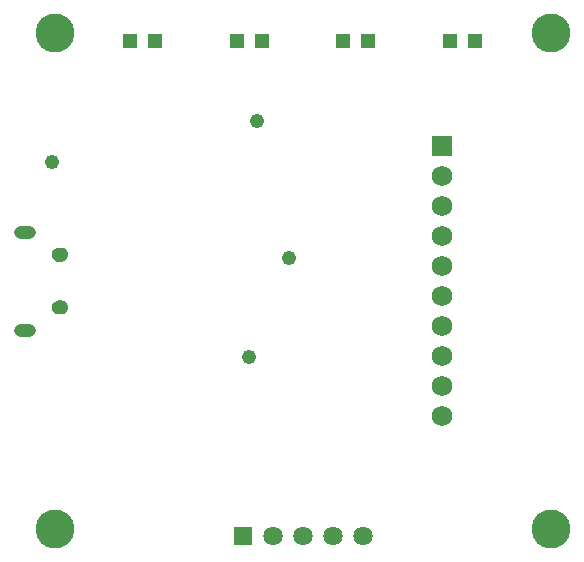
<source format=gbs>
G75*
%MOIN*%
%OFA0B0*%
%FSLAX25Y25*%
%IPPOS*%
%LPD*%
%AMOC8*
5,1,8,0,0,1.08239X$1,22.5*
%
%ADD10R,0.05124X0.05124*%
%ADD11C,0.12998*%
%ADD12R,0.06837X0.06837*%
%ADD13C,0.06837*%
%ADD14R,0.06424X0.06424*%
%ADD15C,0.06424*%
%ADD16C,0.00600*%
%ADD17C,0.04337*%
%ADD18C,0.04900*%
D10*
X0097114Y0241500D03*
X0105382Y0241500D03*
X0132646Y0241500D03*
X0140913Y0241500D03*
X0168177Y0241500D03*
X0176445Y0241500D03*
X0203705Y0241500D03*
X0211972Y0241500D03*
D11*
X0071866Y0078823D03*
X0237220Y0078823D03*
X0237220Y0244177D03*
X0071866Y0244177D03*
D12*
X0200961Y0206500D03*
D13*
X0200961Y0196500D03*
X0200961Y0186500D03*
X0200961Y0176500D03*
X0200961Y0166500D03*
X0200961Y0156500D03*
X0200961Y0146500D03*
X0200961Y0136500D03*
X0200961Y0126500D03*
X0200961Y0116500D03*
D14*
X0134543Y0076500D03*
D15*
X0144543Y0076500D03*
X0154543Y0076500D03*
X0164543Y0076500D03*
X0174543Y0076500D03*
D16*
X0075615Y0151515D02*
X0075304Y0151204D01*
X0074931Y0150970D01*
X0074516Y0150825D01*
X0074079Y0150776D01*
X0073291Y0150776D01*
X0072854Y0150825D01*
X0072439Y0150970D01*
X0072066Y0151204D01*
X0071755Y0151515D01*
X0071521Y0151888D01*
X0071376Y0152303D01*
X0071327Y0152740D01*
X0071376Y0153177D01*
X0071521Y0153593D01*
X0071755Y0153965D01*
X0072066Y0154276D01*
X0072439Y0154510D01*
X0072854Y0154655D01*
X0073291Y0154705D01*
X0074079Y0154705D01*
X0074516Y0154655D01*
X0074931Y0154510D01*
X0075304Y0154276D01*
X0075615Y0153965D01*
X0075849Y0153593D01*
X0075994Y0153177D01*
X0076043Y0152740D01*
X0075994Y0152303D01*
X0075849Y0151888D01*
X0075615Y0151515D01*
X0075376Y0151277D02*
X0071994Y0151277D01*
X0071529Y0151875D02*
X0075841Y0151875D01*
X0076013Y0152474D02*
X0071357Y0152474D01*
X0071364Y0153072D02*
X0076006Y0153072D01*
X0075800Y0153671D02*
X0071570Y0153671D01*
X0072060Y0154269D02*
X0075310Y0154269D01*
X0074079Y0168295D02*
X0073291Y0168295D01*
X0072854Y0168345D01*
X0072439Y0168490D01*
X0072066Y0168724D01*
X0071755Y0169035D01*
X0071521Y0169407D01*
X0071376Y0169823D01*
X0071327Y0170260D01*
X0071376Y0170697D01*
X0071521Y0171112D01*
X0071755Y0171485D01*
X0072066Y0171796D01*
X0072439Y0172030D01*
X0072854Y0172175D01*
X0073291Y0172224D01*
X0074079Y0172224D01*
X0074516Y0172175D01*
X0074931Y0172030D01*
X0075304Y0171796D01*
X0075615Y0171485D01*
X0075849Y0171112D01*
X0075994Y0170697D01*
X0076043Y0170260D01*
X0075994Y0169823D01*
X0075849Y0169407D01*
X0075615Y0169035D01*
X0075304Y0168724D01*
X0074931Y0168490D01*
X0074516Y0168345D01*
X0074079Y0168295D01*
X0075160Y0168634D02*
X0072210Y0168634D01*
X0071632Y0169232D02*
X0075739Y0169232D01*
X0075995Y0169831D02*
X0071375Y0169831D01*
X0071346Y0170429D02*
X0076024Y0170429D01*
X0075878Y0171028D02*
X0071492Y0171028D01*
X0071897Y0171626D02*
X0075473Y0171626D01*
D17*
X0060496Y0177937D02*
X0060496Y0177937D01*
X0063252Y0177937D01*
X0063252Y0177937D01*
X0060496Y0177937D01*
X0060496Y0145063D02*
X0060496Y0145063D01*
X0063252Y0145063D01*
X0063252Y0145063D01*
X0060496Y0145063D01*
D18*
X0136731Y0136313D03*
X0150043Y0169125D03*
X0139291Y0214835D03*
X0071106Y0201062D03*
M02*

</source>
